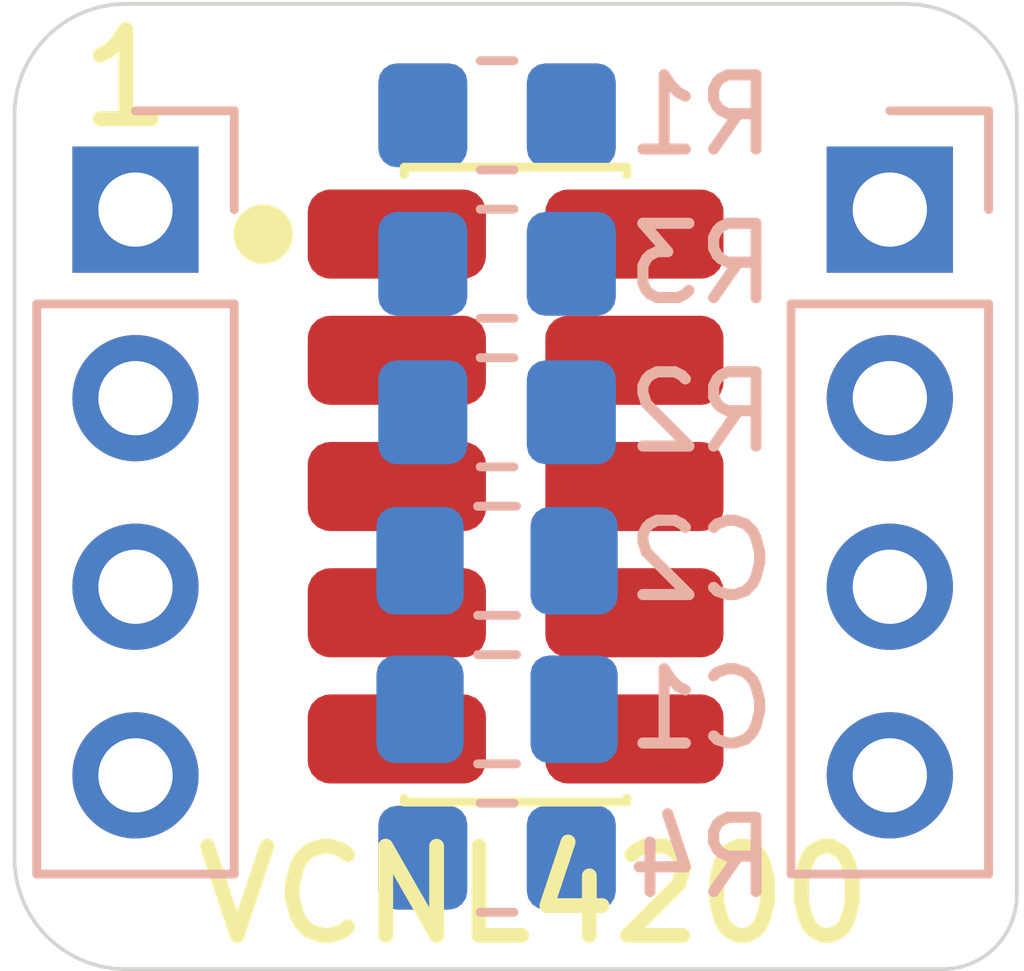
<source format=kicad_pcb>
(kicad_pcb (version 20171130) (host pcbnew 5.1.10-88a1d61d58~90~ubuntu20.04.1)

  (general
    (thickness 1.6)
    (drawings 10)
    (tracks 0)
    (zones 0)
    (modules 9)
    (nets 9)
  )

  (page A4)
  (layers
    (0 F.Cu signal)
    (31 B.Cu signal)
    (32 B.Adhes user hide)
    (33 F.Adhes user hide)
    (34 B.Paste user hide)
    (35 F.Paste user hide)
    (36 B.SilkS user)
    (37 F.SilkS user)
    (38 B.Mask user hide)
    (39 F.Mask user hide)
    (40 Dwgs.User user hide)
    (41 Cmts.User user hide)
    (42 Eco1.User user hide)
    (43 Eco2.User user hide)
    (44 Edge.Cuts user)
    (45 Margin user)
    (46 B.CrtYd user)
    (47 F.CrtYd user)
    (48 B.Fab user hide)
    (49 F.Fab user hide)
  )

  (setup
    (last_trace_width 0.25)
    (trace_clearance 0.2)
    (zone_clearance 0.508)
    (zone_45_only no)
    (trace_min 0.2)
    (via_size 0.8)
    (via_drill 0.4)
    (via_min_size 0.4)
    (via_min_drill 0.3)
    (uvia_size 0.3)
    (uvia_drill 0.1)
    (uvias_allowed no)
    (uvia_min_size 0.2)
    (uvia_min_drill 0.1)
    (edge_width 0.05)
    (segment_width 0.2)
    (pcb_text_width 0.3)
    (pcb_text_size 1.5 1.5)
    (mod_edge_width 0.12)
    (mod_text_size 1 1)
    (mod_text_width 0.15)
    (pad_size 1.524 1.524)
    (pad_drill 0.762)
    (pad_to_mask_clearance 0)
    (aux_axis_origin 0 0)
    (visible_elements FFFFFF7F)
    (pcbplotparams
      (layerselection 0x010fc_ffffffff)
      (usegerberextensions false)
      (usegerberattributes true)
      (usegerberadvancedattributes true)
      (creategerberjobfile true)
      (excludeedgelayer true)
      (linewidth 0.100000)
      (plotframeref false)
      (viasonmask false)
      (mode 1)
      (useauxorigin false)
      (hpglpennumber 1)
      (hpglpenspeed 20)
      (hpglpendiameter 15.000000)
      (psnegative false)
      (psa4output false)
      (plotreference true)
      (plotvalue true)
      (plotinvisibletext false)
      (padsonsilk false)
      (subtractmaskfromsilk false)
      (outputformat 1)
      (mirror false)
      (drillshape 1)
      (scaleselection 1)
      (outputdirectory ""))
  )

  (net 0 "")
  (net 1 GND)
  (net 2 VCC)
  (net 3 /INT)
  (net 4 /SDAT)
  (net 5 /SCLK)
  (net 6 /LED-)
  (net 7 /LED+)
  (net 8 /LED_CATHODE)

  (net_class Default "This is the default net class."
    (clearance 0.2)
    (trace_width 0.25)
    (via_dia 0.8)
    (via_drill 0.4)
    (uvia_dia 0.3)
    (uvia_drill 0.1)
    (add_net /INT)
    (add_net /LED+)
    (add_net /LED-)
    (add_net /LED_CATHODE)
    (add_net /SCLK)
    (add_net /SDAT)
    (add_net GND)
    (add_net "Net-(U1-Pad4)")
    (add_net "Net-(U1-Pad7)")
    (add_net VCC)
  )

  (module Resistor_SMD:R_0805_2012Metric_Pad1.20x1.40mm_HandSolder (layer B.Cu) (tedit 5F68FEEE) (tstamp 619C0498)
    (at 156 137)
    (descr "Resistor SMD 0805 (2012 Metric), square (rectangular) end terminal, IPC_7351 nominal with elongated pad for handsoldering. (Body size source: IPC-SM-782 page 72, https://www.pcb-3d.com/wordpress/wp-content/uploads/ipc-sm-782a_amendment_1_and_2.pdf), generated with kicad-footprint-generator")
    (tags "resistor handsolder")
    (path /619C3333)
    (attr smd)
    (fp_text reference R4 (at 2.75 0) (layer B.SilkS)
      (effects (font (size 1 1) (thickness 0.15)) (justify mirror))
    )
    (fp_text value TBD (at 0 -1.65) (layer B.Fab)
      (effects (font (size 1 1) (thickness 0.15)) (justify mirror))
    )
    (fp_text user %R (at 0 0) (layer B.Fab)
      (effects (font (size 0.5 0.5) (thickness 0.08)) (justify mirror))
    )
    (fp_line (start -1 -0.625) (end -1 0.625) (layer B.Fab) (width 0.1))
    (fp_line (start -1 0.625) (end 1 0.625) (layer B.Fab) (width 0.1))
    (fp_line (start 1 0.625) (end 1 -0.625) (layer B.Fab) (width 0.1))
    (fp_line (start 1 -0.625) (end -1 -0.625) (layer B.Fab) (width 0.1))
    (fp_line (start -0.227064 0.735) (end 0.227064 0.735) (layer B.SilkS) (width 0.12))
    (fp_line (start -0.227064 -0.735) (end 0.227064 -0.735) (layer B.SilkS) (width 0.12))
    (fp_line (start -1.85 -0.95) (end -1.85 0.95) (layer B.CrtYd) (width 0.05))
    (fp_line (start -1.85 0.95) (end 1.85 0.95) (layer B.CrtYd) (width 0.05))
    (fp_line (start 1.85 0.95) (end 1.85 -0.95) (layer B.CrtYd) (width 0.05))
    (fp_line (start 1.85 -0.95) (end -1.85 -0.95) (layer B.CrtYd) (width 0.05))
    (pad 2 smd roundrect (at 1 0) (size 1.2 1.4) (layers B.Cu B.Paste B.Mask) (roundrect_rratio 0.208333)
      (net 1 GND))
    (pad 1 smd roundrect (at -1 0) (size 1.2 1.4) (layers B.Cu B.Paste B.Mask) (roundrect_rratio 0.208333)
      (net 6 /LED-))
    (model ${KISYS3DMOD}/Resistor_SMD.3dshapes/R_0805_2012Metric.wrl
      (at (xyz 0 0 0))
      (scale (xyz 1 1 1))
      (rotate (xyz 0 0 0))
    )
  )

  (module Resistor_SMD:R_0805_2012Metric_Pad1.20x1.40mm_HandSolder (layer B.Cu) (tedit 5F68FEEE) (tstamp 619C0588)
    (at 156 129)
    (descr "Resistor SMD 0805 (2012 Metric), square (rectangular) end terminal, IPC_7351 nominal with elongated pad for handsoldering. (Body size source: IPC-SM-782 page 72, https://www.pcb-3d.com/wordpress/wp-content/uploads/ipc-sm-782a_amendment_1_and_2.pdf), generated with kicad-footprint-generator")
    (tags "resistor handsolder")
    (path /619C4680)
    (attr smd)
    (fp_text reference R3 (at 2.75 0) (layer B.SilkS)
      (effects (font (size 1 1) (thickness 0.15)) (justify mirror))
    )
    (fp_text value TBD (at 0 -1.65) (layer B.Fab)
      (effects (font (size 1 1) (thickness 0.15)) (justify mirror))
    )
    (fp_text user %R (at 0 0) (layer B.Fab)
      (effects (font (size 0.5 0.5) (thickness 0.08)) (justify mirror))
    )
    (fp_line (start -1 -0.625) (end -1 0.625) (layer B.Fab) (width 0.1))
    (fp_line (start -1 0.625) (end 1 0.625) (layer B.Fab) (width 0.1))
    (fp_line (start 1 0.625) (end 1 -0.625) (layer B.Fab) (width 0.1))
    (fp_line (start 1 -0.625) (end -1 -0.625) (layer B.Fab) (width 0.1))
    (fp_line (start -0.227064 0.735) (end 0.227064 0.735) (layer B.SilkS) (width 0.12))
    (fp_line (start -0.227064 -0.735) (end 0.227064 -0.735) (layer B.SilkS) (width 0.12))
    (fp_line (start -1.85 -0.95) (end -1.85 0.95) (layer B.CrtYd) (width 0.05))
    (fp_line (start -1.85 0.95) (end 1.85 0.95) (layer B.CrtYd) (width 0.05))
    (fp_line (start 1.85 0.95) (end 1.85 -0.95) (layer B.CrtYd) (width 0.05))
    (fp_line (start 1.85 -0.95) (end -1.85 -0.95) (layer B.CrtYd) (width 0.05))
    (pad 2 smd roundrect (at 1 0) (size 1.2 1.4) (layers B.Cu B.Paste B.Mask) (roundrect_rratio 0.208333)
      (net 3 /INT))
    (pad 1 smd roundrect (at -1 0) (size 1.2 1.4) (layers B.Cu B.Paste B.Mask) (roundrect_rratio 0.208333)
      (net 2 VCC))
    (model ${KISYS3DMOD}/Resistor_SMD.3dshapes/R_0805_2012Metric.wrl
      (at (xyz 0 0 0))
      (scale (xyz 1 1 1))
      (rotate (xyz 0 0 0))
    )
  )

  (module Resistor_SMD:R_0805_2012Metric_Pad1.20x1.40mm_HandSolder (layer B.Cu) (tedit 5F68FEEE) (tstamp 619C04C8)
    (at 156 131)
    (descr "Resistor SMD 0805 (2012 Metric), square (rectangular) end terminal, IPC_7351 nominal with elongated pad for handsoldering. (Body size source: IPC-SM-782 page 72, https://www.pcb-3d.com/wordpress/wp-content/uploads/ipc-sm-782a_amendment_1_and_2.pdf), generated with kicad-footprint-generator")
    (tags "resistor handsolder")
    (path /619C44B1)
    (attr smd)
    (fp_text reference R2 (at 2.75 0) (layer B.SilkS)
      (effects (font (size 1 1) (thickness 0.15)) (justify mirror))
    )
    (fp_text value TBD (at 0 -1.65) (layer B.Fab)
      (effects (font (size 1 1) (thickness 0.15)) (justify mirror))
    )
    (fp_text user %R (at 0 0) (layer B.Fab)
      (effects (font (size 0.5 0.5) (thickness 0.08)) (justify mirror))
    )
    (fp_line (start -1 -0.625) (end -1 0.625) (layer B.Fab) (width 0.1))
    (fp_line (start -1 0.625) (end 1 0.625) (layer B.Fab) (width 0.1))
    (fp_line (start 1 0.625) (end 1 -0.625) (layer B.Fab) (width 0.1))
    (fp_line (start 1 -0.625) (end -1 -0.625) (layer B.Fab) (width 0.1))
    (fp_line (start -0.227064 0.735) (end 0.227064 0.735) (layer B.SilkS) (width 0.12))
    (fp_line (start -0.227064 -0.735) (end 0.227064 -0.735) (layer B.SilkS) (width 0.12))
    (fp_line (start -1.85 -0.95) (end -1.85 0.95) (layer B.CrtYd) (width 0.05))
    (fp_line (start -1.85 0.95) (end 1.85 0.95) (layer B.CrtYd) (width 0.05))
    (fp_line (start 1.85 0.95) (end 1.85 -0.95) (layer B.CrtYd) (width 0.05))
    (fp_line (start 1.85 -0.95) (end -1.85 -0.95) (layer B.CrtYd) (width 0.05))
    (pad 2 smd roundrect (at 1 0) (size 1.2 1.4) (layers B.Cu B.Paste B.Mask) (roundrect_rratio 0.208333)
      (net 4 /SDAT))
    (pad 1 smd roundrect (at -1 0) (size 1.2 1.4) (layers B.Cu B.Paste B.Mask) (roundrect_rratio 0.208333)
      (net 2 VCC))
    (model ${KISYS3DMOD}/Resistor_SMD.3dshapes/R_0805_2012Metric.wrl
      (at (xyz 0 0 0))
      (scale (xyz 1 1 1))
      (rotate (xyz 0 0 0))
    )
  )

  (module Resistor_SMD:R_0805_2012Metric_Pad1.20x1.40mm_HandSolder (layer B.Cu) (tedit 5F68FEEE) (tstamp 619C0558)
    (at 156 127)
    (descr "Resistor SMD 0805 (2012 Metric), square (rectangular) end terminal, IPC_7351 nominal with elongated pad for handsoldering. (Body size source: IPC-SM-782 page 72, https://www.pcb-3d.com/wordpress/wp-content/uploads/ipc-sm-782a_amendment_1_and_2.pdf), generated with kicad-footprint-generator")
    (tags "resistor handsolder")
    (path /619C402F)
    (attr smd)
    (fp_text reference R1 (at 2.75 0) (layer B.SilkS)
      (effects (font (size 1 1) (thickness 0.15)) (justify mirror))
    )
    (fp_text value TBD (at 0 -1.65) (layer B.Fab)
      (effects (font (size 1 1) (thickness 0.15)) (justify mirror))
    )
    (fp_text user %R (at 0 0) (layer B.Fab)
      (effects (font (size 0.5 0.5) (thickness 0.08)) (justify mirror))
    )
    (fp_line (start -1 -0.625) (end -1 0.625) (layer B.Fab) (width 0.1))
    (fp_line (start -1 0.625) (end 1 0.625) (layer B.Fab) (width 0.1))
    (fp_line (start 1 0.625) (end 1 -0.625) (layer B.Fab) (width 0.1))
    (fp_line (start 1 -0.625) (end -1 -0.625) (layer B.Fab) (width 0.1))
    (fp_line (start -0.227064 0.735) (end 0.227064 0.735) (layer B.SilkS) (width 0.12))
    (fp_line (start -0.227064 -0.735) (end 0.227064 -0.735) (layer B.SilkS) (width 0.12))
    (fp_line (start -1.85 -0.95) (end -1.85 0.95) (layer B.CrtYd) (width 0.05))
    (fp_line (start -1.85 0.95) (end 1.85 0.95) (layer B.CrtYd) (width 0.05))
    (fp_line (start 1.85 0.95) (end 1.85 -0.95) (layer B.CrtYd) (width 0.05))
    (fp_line (start 1.85 -0.95) (end -1.85 -0.95) (layer B.CrtYd) (width 0.05))
    (pad 2 smd roundrect (at 1 0) (size 1.2 1.4) (layers B.Cu B.Paste B.Mask) (roundrect_rratio 0.208333)
      (net 5 /SCLK))
    (pad 1 smd roundrect (at -1 0) (size 1.2 1.4) (layers B.Cu B.Paste B.Mask) (roundrect_rratio 0.208333)
      (net 2 VCC))
    (model ${KISYS3DMOD}/Resistor_SMD.3dshapes/R_0805_2012Metric.wrl
      (at (xyz 0 0 0))
      (scale (xyz 1 1 1))
      (rotate (xyz 0 0 0))
    )
  )

  (module ak:VCNL4200_HS (layer F.Cu) (tedit 619B610C) (tstamp 619C0105)
    (at 156.25 132 90)
    (path /619BE396)
    (fp_text reference U1 (at 5 0 180) (layer F.SilkS) hide
      (effects (font (size 1 1) (thickness 0.15)))
    )
    (fp_text value VCNL4200 (at -1 -4 90) (layer F.Fab)
      (effects (font (size 1 1) (thickness 0.15)))
    )
    (fp_line (start -4.5 -3) (end 4.5 -3) (layer F.CrtYd) (width 0.12))
    (fp_line (start 4.5 -3) (end 4.5 3) (layer F.CrtYd) (width 0.12))
    (fp_line (start 4.5 3) (end -4.5 3) (layer F.CrtYd) (width 0.12))
    (fp_line (start -4.5 3) (end -4.5 -3) (layer F.CrtYd) (width 0.12))
    (fp_line (start -4.2 -1.5) (end -4.25 -1.5) (layer F.SilkS) (width 0.12))
    (fp_line (start -4.25 -1.5) (end -4.25 1.5) (layer F.SilkS) (width 0.12))
    (fp_line (start -4.25 1.5) (end -4.2 1.5) (layer F.SilkS) (width 0.12))
    (fp_line (start 4.2 -1.5) (end 4.3 -1.5) (layer F.SilkS) (width 0.12))
    (fp_line (start 4.3 -1.5) (end 4.3 1.5) (layer F.SilkS) (width 0.12))
    (fp_line (start 4.3 1.5) (end 4.2 1.5) (layer F.SilkS) (width 0.12))
    (fp_circle (center 3.4 -3.4) (end 3.6 -3.4) (layer F.SilkS) (width 0.4))
    (pad 10 smd roundrect (at 3.4 1.6 90) (size 1.2 2.4) (layers F.Cu F.Paste F.Mask) (roundrect_rratio 0.25)
      (net 5 /SCLK))
    (pad 9 smd roundrect (at 1.7 1.6 90) (size 1.2 2.4) (layers F.Cu F.Paste F.Mask) (roundrect_rratio 0.25)
      (net 4 /SDAT))
    (pad 8 smd roundrect (at 0 1.6 90) (size 1.2 2.4) (layers F.Cu F.Paste F.Mask) (roundrect_rratio 0.25)
      (net 3 /INT))
    (pad 7 smd roundrect (at -1.7 1.6 90) (size 1.2 2.4) (layers F.Cu F.Paste F.Mask) (roundrect_rratio 0.25))
    (pad 6 smd roundrect (at -3.4 1.6 90) (size 1.2 2.4) (layers F.Cu F.Paste F.Mask) (roundrect_rratio 0.25)
      (net 7 /LED+))
    (pad 5 smd roundrect (at -3.4 -1.6 90) (size 1.2 2.4) (layers F.Cu F.Paste F.Mask) (roundrect_rratio 0.25)
      (net 6 /LED-))
    (pad 4 smd roundrect (at -1.7 -1.6 90) (size 1.2 2.4) (layers F.Cu F.Paste F.Mask) (roundrect_rratio 0.25))
    (pad 3 smd roundrect (at 0 -1.6 90) (size 1.2 2.4) (layers F.Cu F.Paste F.Mask) (roundrect_rratio 0.25)
      (net 2 VCC))
    (pad 2 smd roundrect (at 1.7 -1.6 90) (size 1.2 2.4) (layers F.Cu F.Paste F.Mask) (roundrect_rratio 0.25)
      (net 8 /LED_CATHODE))
    (pad 1 smd roundrect (at 3.4 -1.6 90) (size 1.2 2.4) (layers F.Cu F.Paste F.Mask) (roundrect_rratio 0.25)
      (net 1 GND))
    (model ${KICAD_USER_3DMOD}/VCNL4200--3DModel-STEP-56544.STEP
      (at (xyz 0 0 0))
      (scale (xyz 1 1 1))
      (rotate (xyz -90 0 -90))
    )
  )

  (module Connector_PinHeader_2.54mm:PinHeader_1x04_P2.54mm_Vertical (layer B.Cu) (tedit 59FED5CC) (tstamp 619BEBE2)
    (at 161.29 128.27 180)
    (descr "Through hole straight pin header, 1x04, 2.54mm pitch, single row")
    (tags "Through hole pin header THT 1x04 2.54mm single row")
    (path /619CF6B4)
    (fp_text reference J2 (at 0 2.33) (layer B.SilkS) hide
      (effects (font (size 1 1) (thickness 0.15)) (justify mirror))
    )
    (fp_text value Conn_01x04 (at 0 -9.95) (layer B.Fab)
      (effects (font (size 1 1) (thickness 0.15)) (justify mirror))
    )
    (fp_text user %R (at 0 -3.81 270) (layer B.Fab)
      (effects (font (size 1 1) (thickness 0.15)) (justify mirror))
    )
    (fp_line (start -0.635 1.27) (end 1.27 1.27) (layer B.Fab) (width 0.1))
    (fp_line (start 1.27 1.27) (end 1.27 -8.89) (layer B.Fab) (width 0.1))
    (fp_line (start 1.27 -8.89) (end -1.27 -8.89) (layer B.Fab) (width 0.1))
    (fp_line (start -1.27 -8.89) (end -1.27 0.635) (layer B.Fab) (width 0.1))
    (fp_line (start -1.27 0.635) (end -0.635 1.27) (layer B.Fab) (width 0.1))
    (fp_line (start -1.33 -8.95) (end 1.33 -8.95) (layer B.SilkS) (width 0.12))
    (fp_line (start -1.33 -1.27) (end -1.33 -8.95) (layer B.SilkS) (width 0.12))
    (fp_line (start 1.33 -1.27) (end 1.33 -8.95) (layer B.SilkS) (width 0.12))
    (fp_line (start -1.33 -1.27) (end 1.33 -1.27) (layer B.SilkS) (width 0.12))
    (fp_line (start -1.33 0) (end -1.33 1.33) (layer B.SilkS) (width 0.12))
    (fp_line (start -1.33 1.33) (end 0 1.33) (layer B.SilkS) (width 0.12))
    (fp_line (start -1.8 1.8) (end -1.8 -9.4) (layer B.CrtYd) (width 0.05))
    (fp_line (start -1.8 -9.4) (end 1.8 -9.4) (layer B.CrtYd) (width 0.05))
    (fp_line (start 1.8 -9.4) (end 1.8 1.8) (layer B.CrtYd) (width 0.05))
    (fp_line (start 1.8 1.8) (end -1.8 1.8) (layer B.CrtYd) (width 0.05))
    (pad 4 thru_hole oval (at 0 -7.62 180) (size 1.7 1.7) (drill 1) (layers *.Cu *.Mask)
      (net 7 /LED+))
    (pad 3 thru_hole oval (at 0 -5.08 180) (size 1.7 1.7) (drill 1) (layers *.Cu *.Mask)
      (net 3 /INT))
    (pad 2 thru_hole oval (at 0 -2.54 180) (size 1.7 1.7) (drill 1) (layers *.Cu *.Mask)
      (net 4 /SDAT))
    (pad 1 thru_hole rect (at 0 0 180) (size 1.7 1.7) (drill 1) (layers *.Cu *.Mask)
      (net 5 /SCLK))
    (model ${KISYS3DMOD}/Connector_PinHeader_2.54mm.3dshapes/PinHeader_1x04_P2.54mm_Vertical.wrl
      (at (xyz 0 0 0))
      (scale (xyz 1 1 1))
      (rotate (xyz 0 0 0))
    )
  )

  (module Connector_PinHeader_2.54mm:PinHeader_1x04_P2.54mm_Vertical (layer B.Cu) (tedit 59FED5CC) (tstamp 619BEBCA)
    (at 151.13 128.27 180)
    (descr "Through hole straight pin header, 1x04, 2.54mm pitch, single row")
    (tags "Through hole pin header THT 1x04 2.54mm single row")
    (path /619CC655)
    (fp_text reference J1 (at 0 2.33) (layer B.SilkS) hide
      (effects (font (size 1 1) (thickness 0.15)) (justify mirror))
    )
    (fp_text value Conn_01x04 (at 0 -9.95) (layer B.Fab)
      (effects (font (size 1 1) (thickness 0.15)) (justify mirror))
    )
    (fp_text user %R (at 0 -3.81 90) (layer F.Fab)
      (effects (font (size 1 1) (thickness 0.15)))
    )
    (fp_line (start -0.635 1.27) (end 1.27 1.27) (layer B.Fab) (width 0.1))
    (fp_line (start 1.27 1.27) (end 1.27 -8.89) (layer B.Fab) (width 0.1))
    (fp_line (start 1.27 -8.89) (end -1.27 -8.89) (layer B.Fab) (width 0.1))
    (fp_line (start -1.27 -8.89) (end -1.27 0.635) (layer B.Fab) (width 0.1))
    (fp_line (start -1.27 0.635) (end -0.635 1.27) (layer B.Fab) (width 0.1))
    (fp_line (start -1.33 -8.95) (end 1.33 -8.95) (layer B.SilkS) (width 0.12))
    (fp_line (start -1.33 -1.27) (end -1.33 -8.95) (layer B.SilkS) (width 0.12))
    (fp_line (start 1.33 -1.27) (end 1.33 -8.95) (layer B.SilkS) (width 0.12))
    (fp_line (start -1.33 -1.27) (end 1.33 -1.27) (layer B.SilkS) (width 0.12))
    (fp_line (start -1.33 0) (end -1.33 1.33) (layer B.SilkS) (width 0.12))
    (fp_line (start -1.33 1.33) (end 0 1.33) (layer B.SilkS) (width 0.12))
    (fp_line (start -1.8 1.8) (end -1.8 -9.4) (layer B.CrtYd) (width 0.05))
    (fp_line (start -1.8 -9.4) (end 1.8 -9.4) (layer B.CrtYd) (width 0.05))
    (fp_line (start 1.8 -9.4) (end 1.8 1.8) (layer B.CrtYd) (width 0.05))
    (fp_line (start 1.8 1.8) (end -1.8 1.8) (layer B.CrtYd) (width 0.05))
    (pad 4 thru_hole oval (at 0 -7.62 180) (size 1.7 1.7) (drill 1) (layers *.Cu *.Mask)
      (net 6 /LED-))
    (pad 3 thru_hole oval (at 0 -5.08 180) (size 1.7 1.7) (drill 1) (layers *.Cu *.Mask)
      (net 2 VCC))
    (pad 2 thru_hole oval (at 0 -2.54 180) (size 1.7 1.7) (drill 1) (layers *.Cu *.Mask)
      (net 8 /LED_CATHODE))
    (pad 1 thru_hole rect (at 0 0 180) (size 1.7 1.7) (drill 1) (layers *.Cu *.Mask)
      (net 1 GND))
    (model ${KISYS3DMOD}/Connector_PinHeader_2.54mm.3dshapes/PinHeader_1x04_P2.54mm_Vertical.wrl
      (at (xyz 0 0 0))
      (scale (xyz 1 1 1))
      (rotate (xyz 0 0 0))
    )
  )

  (module Capacitor_SMD:C_0805_2012Metric_Pad1.18x1.45mm_HandSolder (layer B.Cu) (tedit 5F68FEEF) (tstamp 619C05D9)
    (at 156 133)
    (descr "Capacitor SMD 0805 (2012 Metric), square (rectangular) end terminal, IPC_7351 nominal with elongated pad for handsoldering. (Body size source: IPC-SM-782 page 76, https://www.pcb-3d.com/wordpress/wp-content/uploads/ipc-sm-782a_amendment_1_and_2.pdf, https://docs.google.com/spreadsheets/d/1BsfQQcO9C6DZCsRaXUlFlo91Tg2WpOkGARC1WS5S8t0/edit?usp=sharing), generated with kicad-footprint-generator")
    (tags "capacitor handsolder")
    (path /619BEAC4)
    (attr smd)
    (fp_text reference C2 (at 2.75 0) (layer B.SilkS)
      (effects (font (size 1 1) (thickness 0.15)) (justify mirror))
    )
    (fp_text value 100nF (at 0 -1.68) (layer B.Fab)
      (effects (font (size 1 1) (thickness 0.15)) (justify mirror))
    )
    (fp_text user %R (at 0 0) (layer B.Fab)
      (effects (font (size 0.5 0.5) (thickness 0.08)) (justify mirror))
    )
    (fp_line (start -1 -0.625) (end -1 0.625) (layer B.Fab) (width 0.1))
    (fp_line (start -1 0.625) (end 1 0.625) (layer B.Fab) (width 0.1))
    (fp_line (start 1 0.625) (end 1 -0.625) (layer B.Fab) (width 0.1))
    (fp_line (start 1 -0.625) (end -1 -0.625) (layer B.Fab) (width 0.1))
    (fp_line (start -0.261252 0.735) (end 0.261252 0.735) (layer B.SilkS) (width 0.12))
    (fp_line (start -0.261252 -0.735) (end 0.261252 -0.735) (layer B.SilkS) (width 0.12))
    (fp_line (start -1.88 -0.98) (end -1.88 0.98) (layer B.CrtYd) (width 0.05))
    (fp_line (start -1.88 0.98) (end 1.88 0.98) (layer B.CrtYd) (width 0.05))
    (fp_line (start 1.88 0.98) (end 1.88 -0.98) (layer B.CrtYd) (width 0.05))
    (fp_line (start 1.88 -0.98) (end -1.88 -0.98) (layer B.CrtYd) (width 0.05))
    (pad 2 smd roundrect (at 1.0375 0) (size 1.175 1.45) (layers B.Cu B.Paste B.Mask) (roundrect_rratio 0.212766)
      (net 1 GND))
    (pad 1 smd roundrect (at -1.0375 0) (size 1.175 1.45) (layers B.Cu B.Paste B.Mask) (roundrect_rratio 0.212766)
      (net 2 VCC))
    (model ${KISYS3DMOD}/Capacitor_SMD.3dshapes/C_0805_2012Metric.wrl
      (at (xyz 0 0 0))
      (scale (xyz 1 1 1))
      (rotate (xyz 0 0 0))
    )
  )

  (module Capacitor_SMD:C_0805_2012Metric_Pad1.18x1.45mm_HandSolder (layer B.Cu) (tedit 5F68FEEF) (tstamp 619C0528)
    (at 156 135)
    (descr "Capacitor SMD 0805 (2012 Metric), square (rectangular) end terminal, IPC_7351 nominal with elongated pad for handsoldering. (Body size source: IPC-SM-782 page 76, https://www.pcb-3d.com/wordpress/wp-content/uploads/ipc-sm-782a_amendment_1_and_2.pdf, https://docs.google.com/spreadsheets/d/1BsfQQcO9C6DZCsRaXUlFlo91Tg2WpOkGARC1WS5S8t0/edit?usp=sharing), generated with kicad-footprint-generator")
    (tags "capacitor handsolder")
    (path /619C0B43)
    (attr smd)
    (fp_text reference C1 (at 2.75 0) (layer B.SilkS)
      (effects (font (size 1 1) (thickness 0.15)) (justify mirror))
    )
    (fp_text value 1uF (at 0 -1.68) (layer B.Fab)
      (effects (font (size 1 1) (thickness 0.15)) (justify mirror))
    )
    (fp_text user %R (at 0 0) (layer B.Fab)
      (effects (font (size 0.5 0.5) (thickness 0.08)) (justify mirror))
    )
    (fp_line (start -1 -0.625) (end -1 0.625) (layer B.Fab) (width 0.1))
    (fp_line (start -1 0.625) (end 1 0.625) (layer B.Fab) (width 0.1))
    (fp_line (start 1 0.625) (end 1 -0.625) (layer B.Fab) (width 0.1))
    (fp_line (start 1 -0.625) (end -1 -0.625) (layer B.Fab) (width 0.1))
    (fp_line (start -0.261252 0.735) (end 0.261252 0.735) (layer B.SilkS) (width 0.12))
    (fp_line (start -0.261252 -0.735) (end 0.261252 -0.735) (layer B.SilkS) (width 0.12))
    (fp_line (start -1.88 -0.98) (end -1.88 0.98) (layer B.CrtYd) (width 0.05))
    (fp_line (start -1.88 0.98) (end 1.88 0.98) (layer B.CrtYd) (width 0.05))
    (fp_line (start 1.88 0.98) (end 1.88 -0.98) (layer B.CrtYd) (width 0.05))
    (fp_line (start 1.88 -0.98) (end -1.88 -0.98) (layer B.CrtYd) (width 0.05))
    (pad 2 smd roundrect (at 1.0375 0) (size 1.175 1.45) (layers B.Cu B.Paste B.Mask) (roundrect_rratio 0.212766)
      (net 1 GND))
    (pad 1 smd roundrect (at -1.0375 0) (size 1.175 1.45) (layers B.Cu B.Paste B.Mask) (roundrect_rratio 0.212766)
      (net 2 VCC))
    (model ${KISYS3DMOD}/Capacitor_SMD.3dshapes/C_0805_2012Metric.wrl
      (at (xyz 0 0 0))
      (scale (xyz 1 1 1))
      (rotate (xyz 0 0 0))
    )
  )

  (gr_arc (start 151 137) (end 149.5 137) (angle -90) (layer Edge.Cuts) (width 0.05))
  (gr_arc (start 162 137.5) (end 162 138.5) (angle -90) (layer Edge.Cuts) (width 0.05))
  (gr_arc (start 151 127) (end 151 125.5) (angle -90) (layer Edge.Cuts) (width 0.05))
  (gr_arc (start 161.5 127) (end 163 127) (angle -90) (layer Edge.Cuts) (width 0.05))
  (gr_text VCNL4200 (at 156.5 137.5) (layer F.SilkS)
    (effects (font (size 1.2 1.2) (thickness 0.2)))
  )
  (gr_text 1 (at 151 126.5) (layer F.SilkS)
    (effects (font (size 1.2 1.2) (thickness 0.2)))
  )
  (gr_line (start 149.5 137) (end 149.5 127) (layer Edge.Cuts) (width 0.05) (tstamp 619C091B))
  (gr_line (start 162 138.5) (end 151 138.5) (layer Edge.Cuts) (width 0.05))
  (gr_line (start 163 127) (end 163 137.5) (layer Edge.Cuts) (width 0.05))
  (gr_line (start 151 125.5) (end 161.5 125.5) (layer Edge.Cuts) (width 0.05))

)

</source>
